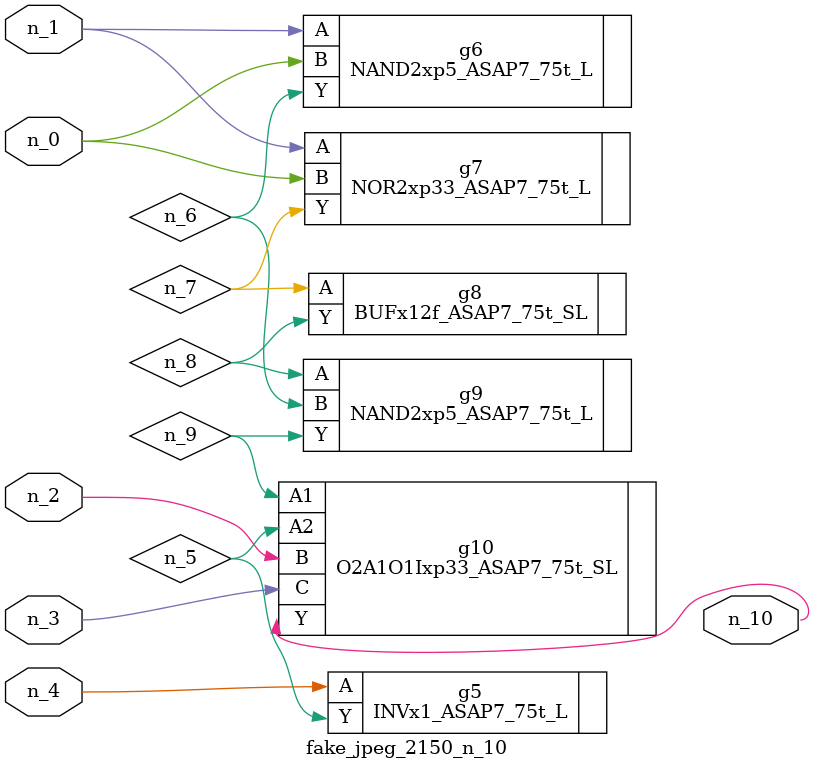
<source format=v>
module fake_jpeg_2150_n_10 (n_3, n_2, n_1, n_0, n_4, n_10);

input n_3;
input n_2;
input n_1;
input n_0;
input n_4;

output n_10;

wire n_8;
wire n_9;
wire n_6;
wire n_5;
wire n_7;

INVx1_ASAP7_75t_L g5 ( 
.A(n_4),
.Y(n_5)
);

NAND2xp5_ASAP7_75t_L g6 ( 
.A(n_1),
.B(n_0),
.Y(n_6)
);

NOR2xp33_ASAP7_75t_L g7 ( 
.A(n_1),
.B(n_0),
.Y(n_7)
);

BUFx12f_ASAP7_75t_SL g8 ( 
.A(n_7),
.Y(n_8)
);

NAND2xp5_ASAP7_75t_L g9 ( 
.A(n_8),
.B(n_6),
.Y(n_9)
);

O2A1O1Ixp33_ASAP7_75t_SL g10 ( 
.A1(n_9),
.A2(n_5),
.B(n_2),
.C(n_3),
.Y(n_10)
);


endmodule
</source>
